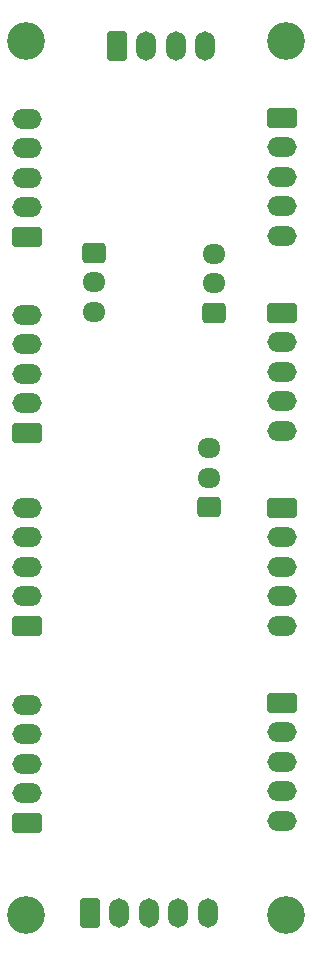
<source format=gbr>
%TF.GenerationSoftware,KiCad,Pcbnew,(6.0.0)*%
%TF.CreationDate,2022-05-13T15:55:31+02:00*%
%TF.ProjectId,carte fils araign_e,63617274-6520-4666-996c-732061726169,rev?*%
%TF.SameCoordinates,Original*%
%TF.FileFunction,Soldermask,Bot*%
%TF.FilePolarity,Negative*%
%FSLAX46Y46*%
G04 Gerber Fmt 4.6, Leading zero omitted, Abs format (unit mm)*
G04 Created by KiCad (PCBNEW (6.0.0)) date 2022-05-13 15:55:31*
%MOMM*%
%LPD*%
G01*
G04 APERTURE LIST*
G04 Aperture macros list*
%AMRoundRect*
0 Rectangle with rounded corners*
0 $1 Rounding radius*
0 $2 $3 $4 $5 $6 $7 $8 $9 X,Y pos of 4 corners*
0 Add a 4 corners polygon primitive as box body*
4,1,4,$2,$3,$4,$5,$6,$7,$8,$9,$2,$3,0*
0 Add four circle primitives for the rounded corners*
1,1,$1+$1,$2,$3*
1,1,$1+$1,$4,$5*
1,1,$1+$1,$6,$7*
1,1,$1+$1,$8,$9*
0 Add four rect primitives between the rounded corners*
20,1,$1+$1,$2,$3,$4,$5,0*
20,1,$1+$1,$4,$5,$6,$7,0*
20,1,$1+$1,$6,$7,$8,$9,0*
20,1,$1+$1,$8,$9,$2,$3,0*%
G04 Aperture macros list end*
%ADD10RoundRect,0.250000X-0.725000X0.600000X-0.725000X-0.600000X0.725000X-0.600000X0.725000X0.600000X0*%
%ADD11O,1.950000X1.700000*%
%ADD12RoundRect,0.250000X1.000000X-0.600000X1.000000X0.600000X-1.000000X0.600000X-1.000000X-0.600000X0*%
%ADD13O,2.500000X1.700000*%
%ADD14RoundRect,0.250000X-1.000000X0.600000X-1.000000X-0.600000X1.000000X-0.600000X1.000000X0.600000X0*%
%ADD15C,3.200000*%
%ADD16RoundRect,0.250000X-0.600000X-1.000000X0.600000X-1.000000X0.600000X1.000000X-0.600000X1.000000X0*%
%ADD17O,1.700000X2.500000*%
%ADD18RoundRect,0.250000X0.725000X-0.600000X0.725000X0.600000X-0.725000X0.600000X-0.725000X-0.600000X0*%
G04 APERTURE END LIST*
D10*
%TO.C,J5*%
X135255000Y-105410000D03*
D11*
X135255000Y-107910000D03*
X135255000Y-110410000D03*
%TD*%
D12*
%TO.C,J2*%
X129540000Y-120650000D03*
D13*
X129540000Y-118150000D03*
X129540000Y-115650000D03*
X129540000Y-113150000D03*
X129540000Y-110650000D03*
%TD*%
D14*
%TO.C,J13*%
X151130000Y-143510000D03*
D13*
X151130000Y-146010000D03*
X151130000Y-148510000D03*
X151130000Y-151010000D03*
X151130000Y-153510000D03*
%TD*%
D15*
%TO.C,*%
X129500000Y-87500000D03*
%TD*%
D14*
%TO.C,J11*%
X151130000Y-110490000D03*
D13*
X151130000Y-112990000D03*
X151130000Y-115490000D03*
X151130000Y-117990000D03*
X151130000Y-120490000D03*
%TD*%
D16*
%TO.C,J7*%
X134874000Y-161290000D03*
D17*
X137374000Y-161290000D03*
X139874000Y-161290000D03*
X142374000Y-161290000D03*
X144874000Y-161290000D03*
%TD*%
D14*
%TO.C,J10*%
X151130000Y-93980000D03*
D13*
X151130000Y-96480000D03*
X151130000Y-98980000D03*
X151130000Y-101480000D03*
X151130000Y-103980000D03*
%TD*%
D15*
%TO.C,*%
X151500000Y-161500000D03*
%TD*%
D14*
%TO.C,J12*%
X151130000Y-127000000D03*
D13*
X151130000Y-129500000D03*
X151130000Y-132000000D03*
X151130000Y-134500000D03*
X151130000Y-137000000D03*
%TD*%
D18*
%TO.C,J8*%
X145415000Y-110490000D03*
D11*
X145415000Y-107990000D03*
X145415000Y-105490000D03*
%TD*%
D18*
%TO.C,J6*%
X145000000Y-126960000D03*
D11*
X145000000Y-124460000D03*
X145000000Y-121960000D03*
%TD*%
D12*
%TO.C,J1*%
X129532500Y-104060000D03*
D13*
X129532500Y-101560000D03*
X129532500Y-99060000D03*
X129532500Y-96560000D03*
X129532500Y-94060000D03*
%TD*%
D16*
%TO.C,J9*%
X137160000Y-87884000D03*
D17*
X139660000Y-87884000D03*
X142160000Y-87884000D03*
X144660000Y-87884000D03*
%TD*%
D15*
%TO.C,*%
X151500000Y-87500000D03*
%TD*%
D12*
%TO.C,J4*%
X129540000Y-153670000D03*
D13*
X129540000Y-151170000D03*
X129540000Y-148670000D03*
X129540000Y-146170000D03*
X129540000Y-143670000D03*
%TD*%
D15*
%TO.C,*%
X129500000Y-161500000D03*
%TD*%
D12*
%TO.C,J3*%
X129540000Y-137000000D03*
D13*
X129540000Y-134500000D03*
X129540000Y-132000000D03*
X129540000Y-129500000D03*
X129540000Y-127000000D03*
%TD*%
M02*

</source>
